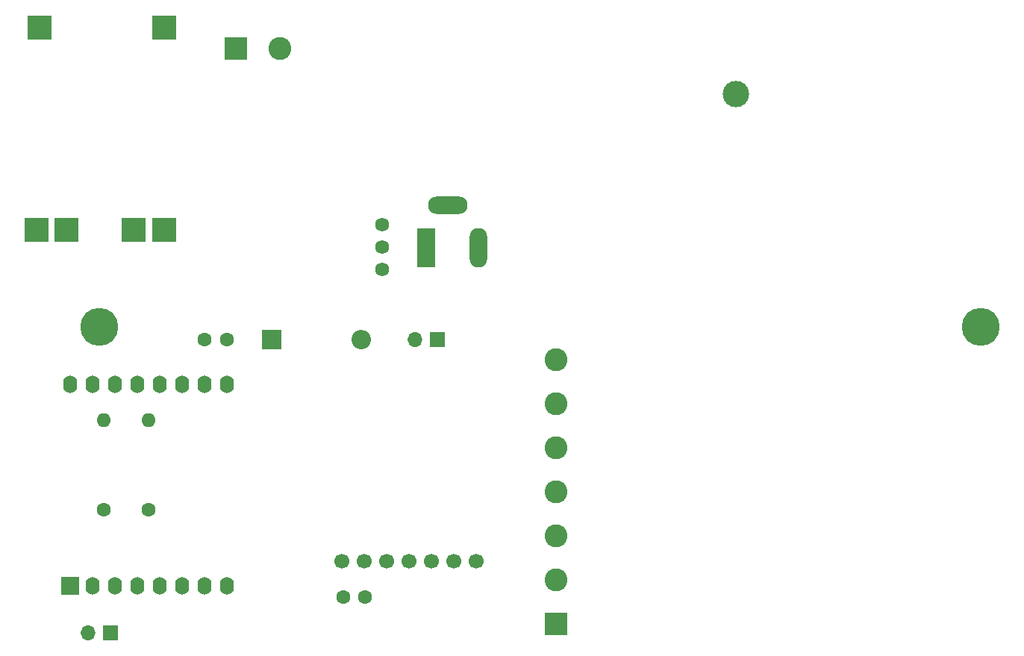
<source format=gbr>
%TF.GenerationSoftware,KiCad,Pcbnew,(5.1.9)-1*%
%TF.CreationDate,2021-01-18T22:12:50-06:00*%
%TF.ProjectId,TMS1,544d5331-2e6b-4696-9361-645f70636258,rev?*%
%TF.SameCoordinates,Original*%
%TF.FileFunction,Soldermask,Top*%
%TF.FilePolarity,Negative*%
%FSLAX46Y46*%
G04 Gerber Fmt 4.6, Leading zero omitted, Abs format (unit mm)*
G04 Created by KiCad (PCBNEW (5.1.9)-1) date 2021-01-18 22:12:50*
%MOMM*%
%LPD*%
G01*
G04 APERTURE LIST*
%ADD10C,2.600000*%
%ADD11R,2.600000X2.600000*%
%ADD12C,4.300000*%
%ADD13C,3.000000*%
%ADD14O,2.200000X2.200000*%
%ADD15R,2.200000X2.200000*%
%ADD16O,1.700000X1.700000*%
%ADD17R,1.700000X1.700000*%
%ADD18O,4.500000X2.000000*%
%ADD19O,2.000000X4.500000*%
%ADD20R,2.000000X4.500000*%
%ADD21O,1.600000X2.000000*%
%ADD22R,2.000000X2.000000*%
%ADD23C,1.590000*%
%ADD24R,2.800000X2.800000*%
%ADD25O,1.600000X1.600000*%
%ADD26C,1.600000*%
%ADD27C,1.700000*%
G04 APERTURE END LIST*
D10*
%TO.C,J5*%
X83486000Y-56388000D03*
D11*
X78486000Y-56388000D03*
%TD*%
D10*
%TO.C,J2*%
X114808000Y-91666000D03*
X114808000Y-96666000D03*
X114808000Y-101666000D03*
X114808000Y-106666000D03*
X114808000Y-111666000D03*
X114808000Y-116666000D03*
D11*
X114808000Y-121666000D03*
%TD*%
D12*
%TO.C, *%
X163000000Y-88000000D03*
%TD*%
%TO.C, *%
X63000000Y-88000000D03*
%TD*%
D13*
%TO.C, *%
X135282000Y-61554000D03*
%TD*%
D14*
%TO.C,D1*%
X92710000Y-89408000D03*
D15*
X82550000Y-89408000D03*
%TD*%
D16*
%TO.C,J3*%
X98806000Y-89408000D03*
D17*
X101346000Y-89408000D03*
%TD*%
D18*
%TO.C,J4*%
X102576000Y-74194000D03*
D19*
X106076000Y-78994000D03*
D20*
X100076000Y-78994000D03*
%TD*%
D21*
%TO.C,U1*%
X59690000Y-94488000D03*
X62230000Y-94488000D03*
X64770000Y-94488000D03*
X67310000Y-94488000D03*
X69850000Y-94488000D03*
X72390000Y-94488000D03*
X74930000Y-94488000D03*
X77470000Y-94488000D03*
X77470000Y-117348000D03*
X74930000Y-117348000D03*
X72390000Y-117348000D03*
X69850000Y-117348000D03*
X67310000Y-117348000D03*
X64770000Y-117348000D03*
D22*
X59690000Y-117348000D03*
D21*
X62230000Y-117348000D03*
%TD*%
D23*
%TO.C,U2*%
X95114000Y-76403200D03*
X95114000Y-78943200D03*
X95114000Y-81483200D03*
%TD*%
D24*
%TO.C,T1*%
X70436000Y-54024000D03*
X56236000Y-54024000D03*
X70436000Y-76924000D03*
X55936000Y-76924000D03*
X66936000Y-76924000D03*
X59336000Y-76924000D03*
%TD*%
D25*
%TO.C,R2*%
X63500000Y-98552000D03*
D26*
X63500000Y-108712000D03*
%TD*%
D25*
%TO.C,R1*%
X68580000Y-98552000D03*
D26*
X68580000Y-108712000D03*
%TD*%
D16*
%TO.C,J1*%
X61722000Y-122682000D03*
D17*
X64262000Y-122682000D03*
%TD*%
D26*
%TO.C,C2*%
X93178000Y-118618000D03*
X90678000Y-118618000D03*
%TD*%
%TO.C,C1*%
X74970000Y-89408000D03*
X77470000Y-89408000D03*
%TD*%
D27*
%TO.C,AK1*%
X105756000Y-114584000D03*
X103216000Y-114584000D03*
X100676000Y-114584000D03*
X98136000Y-114584000D03*
X95596000Y-114584000D03*
X93056000Y-114584000D03*
X90516000Y-114584000D03*
%TD*%
M02*

</source>
